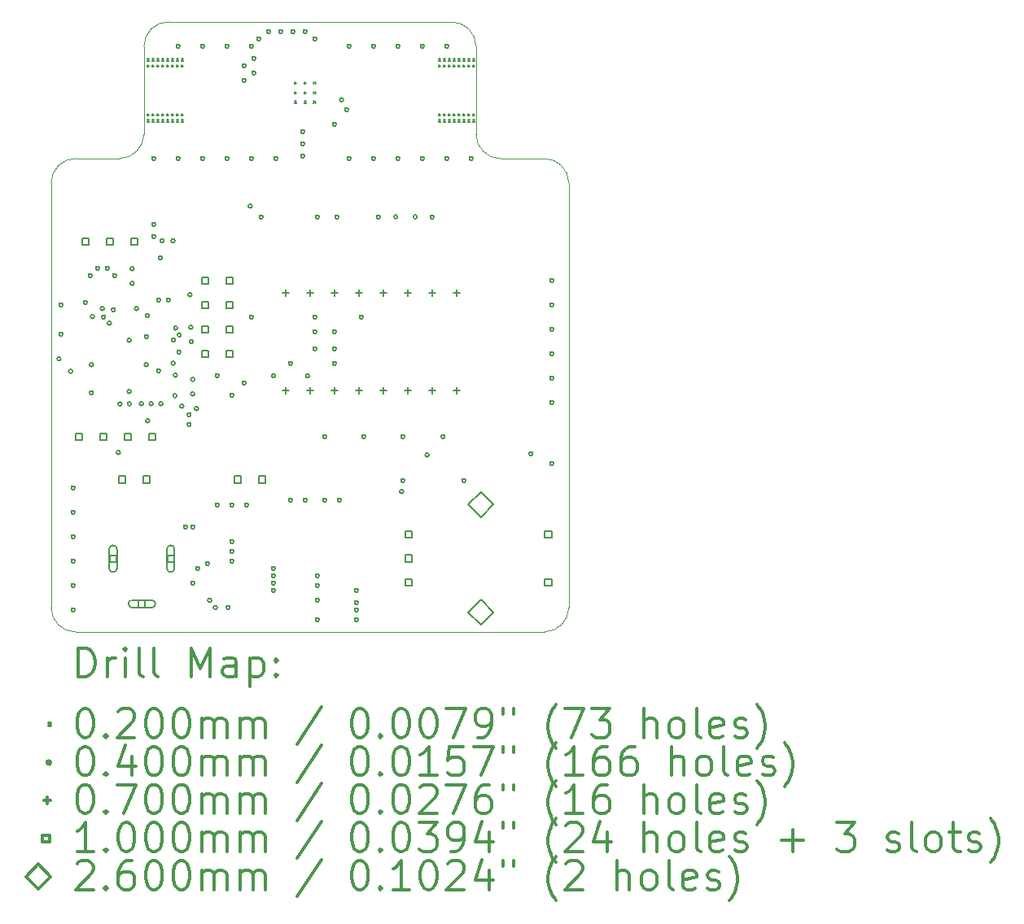
<source format=gbr>
%FSLAX45Y45*%
G04 Gerber Fmt 4.5, Leading zero omitted, Abs format (unit mm)*
G04 Created by KiCad (PCBNEW (5.1.10)-1) date 2021-09-22 21:53:58*
%MOMM*%
%LPD*%
G01*
G04 APERTURE LIST*
%TA.AperFunction,Profile*%
%ADD10C,0.050000*%
%TD*%
%ADD11C,0.200000*%
%ADD12C,0.300000*%
G04 APERTURE END LIST*
D10*
X21793200Y-13208000D02*
G75*
G02*
X21539200Y-13462000I-254000J0D01*
G01*
X16662400Y-13462000D02*
G75*
G02*
X16408400Y-13208000I0J254000D01*
G01*
X20574000Y-7112000D02*
G75*
G02*
X20828000Y-7366000I0J-254000D01*
G01*
X17373600Y-7366000D02*
G75*
G02*
X17627600Y-7112000I254000J0D01*
G01*
X17373600Y-8280400D02*
G75*
G02*
X17119600Y-8534400I-254000J0D01*
G01*
X21082000Y-8534400D02*
X21539200Y-8534400D01*
X21082000Y-8534400D02*
G75*
G02*
X20828000Y-8280400I0J254000D01*
G01*
X16662400Y-8534400D02*
X17119600Y-8534400D01*
X16408400Y-8788400D02*
G75*
G02*
X16662400Y-8534400I254000J0D01*
G01*
X21539200Y-8534400D02*
G75*
G02*
X21793200Y-8788400I0J-254000D01*
G01*
X21793200Y-8788400D02*
X21793200Y-8940800D01*
X16662400Y-13462000D02*
X21539200Y-13462000D01*
X16408400Y-8788400D02*
X16408400Y-13208000D01*
X17373600Y-7366000D02*
X17373600Y-8280400D01*
X20574000Y-7112000D02*
X17627600Y-7112000D01*
X20828000Y-8280400D02*
X20828000Y-7366000D01*
X21793200Y-13208000D02*
X21793200Y-8940800D01*
D11*
X17409000Y-7495700D02*
X17429000Y-7515700D01*
X17429000Y-7495700D02*
X17409000Y-7515700D01*
X17409000Y-7559200D02*
X17429000Y-7579200D01*
X17429000Y-7559200D02*
X17409000Y-7579200D01*
X17409000Y-8067200D02*
X17429000Y-8087200D01*
X17429000Y-8067200D02*
X17409000Y-8087200D01*
X17409000Y-8130700D02*
X17429000Y-8150700D01*
X17429000Y-8130700D02*
X17409000Y-8150700D01*
X17459800Y-7495700D02*
X17479800Y-7515700D01*
X17479800Y-7495700D02*
X17459800Y-7515700D01*
X17459800Y-7559200D02*
X17479800Y-7579200D01*
X17479800Y-7559200D02*
X17459800Y-7579200D01*
X17459800Y-8067200D02*
X17479800Y-8087200D01*
X17479800Y-8067200D02*
X17459800Y-8087200D01*
X17459800Y-8130700D02*
X17479800Y-8150700D01*
X17479800Y-8130700D02*
X17459800Y-8150700D01*
X17510600Y-7495700D02*
X17530600Y-7515700D01*
X17530600Y-7495700D02*
X17510600Y-7515700D01*
X17510600Y-7559200D02*
X17530600Y-7579200D01*
X17530600Y-7559200D02*
X17510600Y-7579200D01*
X17510600Y-8067200D02*
X17530600Y-8087200D01*
X17530600Y-8067200D02*
X17510600Y-8087200D01*
X17510600Y-8130700D02*
X17530600Y-8150700D01*
X17530600Y-8130700D02*
X17510600Y-8150700D01*
X17561400Y-7495700D02*
X17581400Y-7515700D01*
X17581400Y-7495700D02*
X17561400Y-7515700D01*
X17561400Y-7559200D02*
X17581400Y-7579200D01*
X17581400Y-7559200D02*
X17561400Y-7579200D01*
X17561400Y-8067200D02*
X17581400Y-8087200D01*
X17581400Y-8067200D02*
X17561400Y-8087200D01*
X17561400Y-8130700D02*
X17581400Y-8150700D01*
X17581400Y-8130700D02*
X17561400Y-8150700D01*
X17612200Y-7495700D02*
X17632200Y-7515700D01*
X17632200Y-7495700D02*
X17612200Y-7515700D01*
X17612200Y-7559200D02*
X17632200Y-7579200D01*
X17632200Y-7559200D02*
X17612200Y-7579200D01*
X17612200Y-8067200D02*
X17632200Y-8087200D01*
X17632200Y-8067200D02*
X17612200Y-8087200D01*
X17612200Y-8130700D02*
X17632200Y-8150700D01*
X17632200Y-8130700D02*
X17612200Y-8150700D01*
X17663000Y-7495700D02*
X17683000Y-7515700D01*
X17683000Y-7495700D02*
X17663000Y-7515700D01*
X17663000Y-7559200D02*
X17683000Y-7579200D01*
X17683000Y-7559200D02*
X17663000Y-7579200D01*
X17663000Y-8067200D02*
X17683000Y-8087200D01*
X17683000Y-8067200D02*
X17663000Y-8087200D01*
X17663000Y-8130700D02*
X17683000Y-8150700D01*
X17683000Y-8130700D02*
X17663000Y-8150700D01*
X17713800Y-7495700D02*
X17733800Y-7515700D01*
X17733800Y-7495700D02*
X17713800Y-7515700D01*
X17713800Y-7559200D02*
X17733800Y-7579200D01*
X17733800Y-7559200D02*
X17713800Y-7579200D01*
X17713800Y-8067200D02*
X17733800Y-8087200D01*
X17733800Y-8067200D02*
X17713800Y-8087200D01*
X17713800Y-8130700D02*
X17733800Y-8150700D01*
X17733800Y-8130700D02*
X17713800Y-8150700D01*
X17764600Y-7495700D02*
X17784600Y-7515700D01*
X17784600Y-7495700D02*
X17764600Y-7515700D01*
X17764600Y-7559200D02*
X17784600Y-7579200D01*
X17784600Y-7559200D02*
X17764600Y-7579200D01*
X17764600Y-8067200D02*
X17784600Y-8087200D01*
X17784600Y-8067200D02*
X17764600Y-8087200D01*
X17764600Y-8130700D02*
X17784600Y-8150700D01*
X17784600Y-8130700D02*
X17764600Y-8150700D01*
X18940000Y-7738600D02*
X18960000Y-7758600D01*
X18960000Y-7738600D02*
X18940000Y-7758600D01*
X18940000Y-7838600D02*
X18960000Y-7858600D01*
X18960000Y-7838600D02*
X18940000Y-7858600D01*
X18940000Y-7938600D02*
X18960000Y-7958600D01*
X18960000Y-7938600D02*
X18940000Y-7958600D01*
X19040000Y-7738600D02*
X19060000Y-7758600D01*
X19060000Y-7738600D02*
X19040000Y-7758600D01*
X19040000Y-7838600D02*
X19060000Y-7858600D01*
X19060000Y-7838600D02*
X19040000Y-7858600D01*
X19040000Y-7938600D02*
X19060000Y-7958600D01*
X19060000Y-7938600D02*
X19040000Y-7958600D01*
X19140000Y-7738600D02*
X19160000Y-7758600D01*
X19160000Y-7738600D02*
X19140000Y-7758600D01*
X19140000Y-7838600D02*
X19160000Y-7858600D01*
X19160000Y-7838600D02*
X19140000Y-7858600D01*
X19140000Y-7938600D02*
X19160000Y-7958600D01*
X19160000Y-7938600D02*
X19140000Y-7958600D01*
X20437000Y-7495700D02*
X20457000Y-7515700D01*
X20457000Y-7495700D02*
X20437000Y-7515700D01*
X20437000Y-7559200D02*
X20457000Y-7579200D01*
X20457000Y-7559200D02*
X20437000Y-7579200D01*
X20437000Y-8067200D02*
X20457000Y-8087200D01*
X20457000Y-8067200D02*
X20437000Y-8087200D01*
X20437000Y-8130700D02*
X20457000Y-8150700D01*
X20457000Y-8130700D02*
X20437000Y-8150700D01*
X20487800Y-7495700D02*
X20507800Y-7515700D01*
X20507800Y-7495700D02*
X20487800Y-7515700D01*
X20487800Y-7559200D02*
X20507800Y-7579200D01*
X20507800Y-7559200D02*
X20487800Y-7579200D01*
X20487800Y-8067200D02*
X20507800Y-8087200D01*
X20507800Y-8067200D02*
X20487800Y-8087200D01*
X20487800Y-8130700D02*
X20507800Y-8150700D01*
X20507800Y-8130700D02*
X20487800Y-8150700D01*
X20538600Y-7495700D02*
X20558600Y-7515700D01*
X20558600Y-7495700D02*
X20538600Y-7515700D01*
X20538600Y-7559200D02*
X20558600Y-7579200D01*
X20558600Y-7559200D02*
X20538600Y-7579200D01*
X20538600Y-8067200D02*
X20558600Y-8087200D01*
X20558600Y-8067200D02*
X20538600Y-8087200D01*
X20538600Y-8130700D02*
X20558600Y-8150700D01*
X20558600Y-8130700D02*
X20538600Y-8150700D01*
X20589400Y-7495700D02*
X20609400Y-7515700D01*
X20609400Y-7495700D02*
X20589400Y-7515700D01*
X20589400Y-7559200D02*
X20609400Y-7579200D01*
X20609400Y-7559200D02*
X20589400Y-7579200D01*
X20589400Y-8067200D02*
X20609400Y-8087200D01*
X20609400Y-8067200D02*
X20589400Y-8087200D01*
X20589400Y-8130700D02*
X20609400Y-8150700D01*
X20609400Y-8130700D02*
X20589400Y-8150700D01*
X20640200Y-7495700D02*
X20660200Y-7515700D01*
X20660200Y-7495700D02*
X20640200Y-7515700D01*
X20640200Y-7559200D02*
X20660200Y-7579200D01*
X20660200Y-7559200D02*
X20640200Y-7579200D01*
X20640200Y-8067200D02*
X20660200Y-8087200D01*
X20660200Y-8067200D02*
X20640200Y-8087200D01*
X20640200Y-8130700D02*
X20660200Y-8150700D01*
X20660200Y-8130700D02*
X20640200Y-8150700D01*
X20691000Y-7495700D02*
X20711000Y-7515700D01*
X20711000Y-7495700D02*
X20691000Y-7515700D01*
X20691000Y-7559200D02*
X20711000Y-7579200D01*
X20711000Y-7559200D02*
X20691000Y-7579200D01*
X20691000Y-8067200D02*
X20711000Y-8087200D01*
X20711000Y-8067200D02*
X20691000Y-8087200D01*
X20691000Y-8130700D02*
X20711000Y-8150700D01*
X20711000Y-8130700D02*
X20691000Y-8150700D01*
X20741800Y-7495700D02*
X20761800Y-7515700D01*
X20761800Y-7495700D02*
X20741800Y-7515700D01*
X20741800Y-7559200D02*
X20761800Y-7579200D01*
X20761800Y-7559200D02*
X20741800Y-7579200D01*
X20741800Y-8067200D02*
X20761800Y-8087200D01*
X20761800Y-8067200D02*
X20741800Y-8087200D01*
X20741800Y-8130700D02*
X20761800Y-8150700D01*
X20761800Y-8130700D02*
X20741800Y-8150700D01*
X20792600Y-7495700D02*
X20812600Y-7515700D01*
X20812600Y-7495700D02*
X20792600Y-7515700D01*
X20792600Y-7559200D02*
X20812600Y-7579200D01*
X20812600Y-7559200D02*
X20792600Y-7579200D01*
X20792600Y-8067200D02*
X20812600Y-8087200D01*
X20812600Y-8067200D02*
X20792600Y-8087200D01*
X20792600Y-8130700D02*
X20812600Y-8150700D01*
X20812600Y-8130700D02*
X20792600Y-8150700D01*
X16509618Y-10619269D02*
G75*
G03*
X16509618Y-10619269I-20000J0D01*
G01*
X16530000Y-10058397D02*
G75*
G03*
X16530000Y-10058397I-20000J0D01*
G01*
X16530000Y-10363200D02*
G75*
G03*
X16530000Y-10363200I-20000J0D01*
G01*
X16630601Y-10749304D02*
G75*
G03*
X16630601Y-10749304I-20000J0D01*
G01*
X16657000Y-11963400D02*
G75*
G03*
X16657000Y-11963400I-20000J0D01*
G01*
X16657000Y-12217400D02*
G75*
G03*
X16657000Y-12217400I-20000J0D01*
G01*
X16657000Y-12471400D02*
G75*
G03*
X16657000Y-12471400I-20000J0D01*
G01*
X16657000Y-12725400D02*
G75*
G03*
X16657000Y-12725400I-20000J0D01*
G01*
X16657000Y-12979400D02*
G75*
G03*
X16657000Y-12979400I-20000J0D01*
G01*
X16657000Y-13233400D02*
G75*
G03*
X16657000Y-13233400I-20000J0D01*
G01*
X16784000Y-10033000D02*
G75*
G03*
X16784000Y-10033000I-20000J0D01*
G01*
X16834800Y-9753599D02*
G75*
G03*
X16834800Y-9753599I-20000J0D01*
G01*
X16847500Y-10972800D02*
G75*
G03*
X16847500Y-10972800I-20000J0D01*
G01*
X16848499Y-10680700D02*
G75*
G03*
X16848499Y-10680700I-20000J0D01*
G01*
X16858124Y-10180708D02*
G75*
G03*
X16858124Y-10180708I-20000J0D01*
G01*
X16911000Y-9677400D02*
G75*
G03*
X16911000Y-9677400I-20000J0D01*
G01*
X16961800Y-10096500D02*
G75*
G03*
X16961800Y-10096500I-20000J0D01*
G01*
X16974500Y-10185400D02*
G75*
G03*
X16974500Y-10185400I-20000J0D01*
G01*
X17012600Y-9677400D02*
G75*
G03*
X17012600Y-9677400I-20000J0D01*
G01*
X17034120Y-10247901D02*
G75*
G03*
X17034120Y-10247901I-20000J0D01*
G01*
X17076100Y-10109200D02*
G75*
G03*
X17076100Y-10109200I-20000J0D01*
G01*
X17088800Y-9753600D02*
G75*
G03*
X17088800Y-9753600I-20000J0D01*
G01*
X17126900Y-11595100D02*
G75*
G03*
X17126900Y-11595100I-20000J0D01*
G01*
X17144583Y-11089442D02*
G75*
G03*
X17144583Y-11089442I-20000J0D01*
G01*
X17241200Y-10426700D02*
G75*
G03*
X17241200Y-10426700I-20000J0D01*
G01*
X17241200Y-10960100D02*
G75*
G03*
X17241200Y-10960100I-20000J0D01*
G01*
X17243331Y-11087099D02*
G75*
G03*
X17243331Y-11087099I-20000J0D01*
G01*
X17270715Y-9833605D02*
G75*
G03*
X17270715Y-9833605I-20000J0D01*
G01*
X17270745Y-9681545D02*
G75*
G03*
X17270745Y-9681545I-20000J0D01*
G01*
X17317400Y-10096500D02*
G75*
G03*
X17317400Y-10096500I-20000J0D01*
G01*
X17368332Y-11087100D02*
G75*
G03*
X17368332Y-11087100I-20000J0D01*
G01*
X17419000Y-10388600D02*
G75*
G03*
X17419000Y-10388600I-20000J0D01*
G01*
X17419000Y-10680700D02*
G75*
G03*
X17419000Y-10680700I-20000J0D01*
G01*
X17430700Y-10170115D02*
G75*
G03*
X17430700Y-10170115I-20000J0D01*
G01*
X17431700Y-11264900D02*
G75*
G03*
X17431700Y-11264900I-20000J0D01*
G01*
X17469800Y-11087100D02*
G75*
G03*
X17469800Y-11087100I-20000J0D01*
G01*
X17495200Y-8534400D02*
G75*
G03*
X17495200Y-8534400I-20000J0D01*
G01*
X17495200Y-9220200D02*
G75*
G03*
X17495200Y-9220200I-20000J0D01*
G01*
X17495200Y-9347200D02*
G75*
G03*
X17495200Y-9347200I-20000J0D01*
G01*
X17545999Y-10744200D02*
G75*
G03*
X17545999Y-10744200I-20000J0D01*
G01*
X17546000Y-10007600D02*
G75*
G03*
X17546000Y-10007600I-20000J0D01*
G01*
X17565235Y-9569635D02*
G75*
G03*
X17565235Y-9569635I-20000J0D01*
G01*
X17571401Y-11087101D02*
G75*
G03*
X17571401Y-11087101I-20000J0D01*
G01*
X17581501Y-9391202D02*
G75*
G03*
X17581501Y-9391202I-20000J0D01*
G01*
X17647600Y-10007597D02*
G75*
G03*
X17647600Y-10007597I-20000J0D01*
G01*
X17695551Y-9391202D02*
G75*
G03*
X17695551Y-9391202I-20000J0D01*
G01*
X17698400Y-10664896D02*
G75*
G03*
X17698400Y-10664896I-20000J0D01*
G01*
X17699143Y-10423712D02*
G75*
G03*
X17699143Y-10423712I-20000J0D01*
G01*
X17716733Y-11003323D02*
G75*
G03*
X17716733Y-11003323I-20000J0D01*
G01*
X17721249Y-10789897D02*
G75*
G03*
X17721249Y-10789897I-20000J0D01*
G01*
X17724279Y-10298711D02*
G75*
G03*
X17724279Y-10298711I-20000J0D01*
G01*
X17749200Y-7366000D02*
G75*
G03*
X17749200Y-7366000I-20000J0D01*
G01*
X17749200Y-8534400D02*
G75*
G03*
X17749200Y-8534400I-20000J0D01*
G01*
X17757754Y-10549493D02*
G75*
G03*
X17757754Y-10549493I-20000J0D01*
G01*
X17761336Y-10369612D02*
G75*
G03*
X17761336Y-10369612I-20000J0D01*
G01*
X17787300Y-11112500D02*
G75*
G03*
X17787300Y-11112500I-20000J0D01*
G01*
X17825400Y-12369800D02*
G75*
G03*
X17825400Y-12369800I-20000J0D01*
G01*
X17863500Y-11303000D02*
G75*
G03*
X17863500Y-11303000I-20000J0D01*
G01*
X17863501Y-11201400D02*
G75*
G03*
X17863501Y-11201400I-20000J0D01*
G01*
X17872054Y-9952654D02*
G75*
G03*
X17872054Y-9952654I-20000J0D01*
G01*
X17880154Y-10290954D02*
G75*
G03*
X17880154Y-10290954I-20000J0D01*
G01*
X17887901Y-10441991D02*
G75*
G03*
X17887901Y-10441991I-20000J0D01*
G01*
X17901600Y-10834099D02*
G75*
G03*
X17901600Y-10834099I-20000J0D01*
G01*
X17901600Y-10985500D02*
G75*
G03*
X17901600Y-10985500I-20000J0D01*
G01*
X17901600Y-12369800D02*
G75*
G03*
X17901600Y-12369800I-20000J0D01*
G01*
X17901600Y-12954000D02*
G75*
G03*
X17901600Y-12954000I-20000J0D01*
G01*
X17939700Y-11137900D02*
G75*
G03*
X17939700Y-11137900I-20000J0D01*
G01*
X17952400Y-12801600D02*
G75*
G03*
X17952400Y-12801600I-20000J0D01*
G01*
X18003200Y-7366000D02*
G75*
G03*
X18003200Y-7366000I-20000J0D01*
G01*
X18003200Y-8534400D02*
G75*
G03*
X18003200Y-8534400I-20000J0D01*
G01*
X18054000Y-12750800D02*
G75*
G03*
X18054000Y-12750800I-20000J0D01*
G01*
X18078000Y-13133200D02*
G75*
G03*
X18078000Y-13133200I-20000J0D01*
G01*
X18137000Y-13208000D02*
G75*
G03*
X18137000Y-13208000I-20000J0D01*
G01*
X18155600Y-10795000D02*
G75*
G03*
X18155600Y-10795000I-20000J0D01*
G01*
X18155600Y-12141200D02*
G75*
G03*
X18155600Y-12141200I-20000J0D01*
G01*
X18257200Y-7366000D02*
G75*
G03*
X18257200Y-7366000I-20000J0D01*
G01*
X18257200Y-8534400D02*
G75*
G03*
X18257200Y-8534400I-20000J0D01*
G01*
X18269900Y-13208000D02*
G75*
G03*
X18269900Y-13208000I-20000J0D01*
G01*
X18308000Y-10998200D02*
G75*
G03*
X18308000Y-10998200I-20000J0D01*
G01*
X18308000Y-12141200D02*
G75*
G03*
X18308000Y-12141200I-20000J0D01*
G01*
X18308000Y-12522200D02*
G75*
G03*
X18308000Y-12522200I-20000J0D01*
G01*
X18308000Y-12623800D02*
G75*
G03*
X18308000Y-12623800I-20000J0D01*
G01*
X18308000Y-12725400D02*
G75*
G03*
X18308000Y-12725400I-20000J0D01*
G01*
X18435000Y-7569200D02*
G75*
G03*
X18435000Y-7569200I-20000J0D01*
G01*
X18435000Y-7721600D02*
G75*
G03*
X18435000Y-7721600I-20000J0D01*
G01*
X18435000Y-10871200D02*
G75*
G03*
X18435000Y-10871200I-20000J0D01*
G01*
X18460400Y-12141200D02*
G75*
G03*
X18460400Y-12141200I-20000J0D01*
G01*
X18498499Y-9029700D02*
G75*
G03*
X18498499Y-9029700I-20000J0D01*
G01*
X18511200Y-7366000D02*
G75*
G03*
X18511200Y-7366000I-20000J0D01*
G01*
X18511200Y-8534400D02*
G75*
G03*
X18511200Y-8534400I-20000J0D01*
G01*
X18511200Y-10185400D02*
G75*
G03*
X18511200Y-10185400I-20000J0D01*
G01*
X18536600Y-7493000D02*
G75*
G03*
X18536600Y-7493000I-20000J0D01*
G01*
X18538100Y-7643900D02*
G75*
G03*
X18538100Y-7643900I-20000J0D01*
G01*
X18587400Y-7289800D02*
G75*
G03*
X18587400Y-7289800I-20000J0D01*
G01*
X18612796Y-9144000D02*
G75*
G03*
X18612796Y-9144000I-20000J0D01*
G01*
X18689000Y-7213600D02*
G75*
G03*
X18689000Y-7213600I-20000J0D01*
G01*
X18739800Y-12801600D02*
G75*
G03*
X18739800Y-12801600I-20000J0D01*
G01*
X18739800Y-12877800D02*
G75*
G03*
X18739800Y-12877800I-20000J0D01*
G01*
X18739800Y-12954000D02*
G75*
G03*
X18739800Y-12954000I-20000J0D01*
G01*
X18739800Y-13030199D02*
G75*
G03*
X18739800Y-13030199I-20000J0D01*
G01*
X18742300Y-10797500D02*
G75*
G03*
X18742300Y-10797500I-20000J0D01*
G01*
X18765200Y-8534400D02*
G75*
G03*
X18765200Y-8534400I-20000J0D01*
G01*
X18816000Y-7213600D02*
G75*
G03*
X18816000Y-7213600I-20000J0D01*
G01*
X18917600Y-12090400D02*
G75*
G03*
X18917600Y-12090400I-20000J0D01*
G01*
X18917603Y-10668000D02*
G75*
G03*
X18917603Y-10668000I-20000J0D01*
G01*
X18943000Y-7213600D02*
G75*
G03*
X18943000Y-7213600I-20000J0D01*
G01*
X19044600Y-8255000D02*
G75*
G03*
X19044600Y-8255000I-20000J0D01*
G01*
X19044600Y-8382000D02*
G75*
G03*
X19044600Y-8382000I-20000J0D01*
G01*
X19044600Y-8509000D02*
G75*
G03*
X19044600Y-8509000I-20000J0D01*
G01*
X19070000Y-7213600D02*
G75*
G03*
X19070000Y-7213600I-20000J0D01*
G01*
X19070000Y-12090400D02*
G75*
G03*
X19070000Y-12090400I-20000J0D01*
G01*
X19095400Y-10797500D02*
G75*
G03*
X19095400Y-10797500I-20000J0D01*
G01*
X19171600Y-7289800D02*
G75*
G03*
X19171600Y-7289800I-20000J0D01*
G01*
X19171600Y-10185400D02*
G75*
G03*
X19171600Y-10185400I-20000J0D01*
G01*
X19171600Y-10337800D02*
G75*
G03*
X19171600Y-10337800I-20000J0D01*
G01*
X19171600Y-10515600D02*
G75*
G03*
X19171600Y-10515600I-20000J0D01*
G01*
X19197000Y-9144000D02*
G75*
G03*
X19197000Y-9144000I-20000J0D01*
G01*
X19197000Y-12877800D02*
G75*
G03*
X19197000Y-12877800I-20000J0D01*
G01*
X19197000Y-12979400D02*
G75*
G03*
X19197000Y-12979400I-20000J0D01*
G01*
X19197000Y-13131800D02*
G75*
G03*
X19197000Y-13131800I-20000J0D01*
G01*
X19197006Y-13335000D02*
G75*
G03*
X19197006Y-13335000I-20000J0D01*
G01*
X19273200Y-11430000D02*
G75*
G03*
X19273200Y-11430000I-20000J0D01*
G01*
X19273200Y-12090400D02*
G75*
G03*
X19273200Y-12090400I-20000J0D01*
G01*
X19374800Y-8178800D02*
G75*
G03*
X19374800Y-8178800I-20000J0D01*
G01*
X19374800Y-10668000D02*
G75*
G03*
X19374800Y-10668000I-20000J0D01*
G01*
X19374801Y-10337800D02*
G75*
G03*
X19374801Y-10337800I-20000J0D01*
G01*
X19374801Y-10515600D02*
G75*
G03*
X19374801Y-10515600I-20000J0D01*
G01*
X19400200Y-9144000D02*
G75*
G03*
X19400200Y-9144000I-20000J0D01*
G01*
X19425600Y-12090400D02*
G75*
G03*
X19425600Y-12090400I-20000J0D01*
G01*
X19449799Y-7923600D02*
G75*
G03*
X19449799Y-7923600I-20000J0D01*
G01*
X19501800Y-8026400D02*
G75*
G03*
X19501800Y-8026400I-20000J0D01*
G01*
X19527200Y-7366000D02*
G75*
G03*
X19527200Y-7366000I-20000J0D01*
G01*
X19527200Y-8534400D02*
G75*
G03*
X19527200Y-8534400I-20000J0D01*
G01*
X19603400Y-13030200D02*
G75*
G03*
X19603400Y-13030200I-20000J0D01*
G01*
X19603400Y-13157200D02*
G75*
G03*
X19603400Y-13157200I-20000J0D01*
G01*
X19603400Y-13233400D02*
G75*
G03*
X19603400Y-13233400I-20000J0D01*
G01*
X19603400Y-13335000D02*
G75*
G03*
X19603400Y-13335000I-20000J0D01*
G01*
X19654200Y-10185400D02*
G75*
G03*
X19654200Y-10185400I-20000J0D01*
G01*
X19679600Y-11430000D02*
G75*
G03*
X19679600Y-11430000I-20000J0D01*
G01*
X19781200Y-7366000D02*
G75*
G03*
X19781200Y-7366000I-20000J0D01*
G01*
X19781200Y-8534400D02*
G75*
G03*
X19781200Y-8534400I-20000J0D01*
G01*
X19832000Y-9144000D02*
G75*
G03*
X19832000Y-9144000I-20000J0D01*
G01*
X20012600Y-9141200D02*
G75*
G03*
X20012600Y-9141200I-20000J0D01*
G01*
X20035200Y-7366000D02*
G75*
G03*
X20035200Y-7366000I-20000J0D01*
G01*
X20035200Y-8534400D02*
G75*
G03*
X20035200Y-8534400I-20000J0D01*
G01*
X20073300Y-12001500D02*
G75*
G03*
X20073300Y-12001500I-20000J0D01*
G01*
X20086000Y-11430000D02*
G75*
G03*
X20086000Y-11430000I-20000J0D01*
G01*
X20086000Y-11887200D02*
G75*
G03*
X20086000Y-11887200I-20000J0D01*
G01*
X20215800Y-9141200D02*
G75*
G03*
X20215800Y-9141200I-20000J0D01*
G01*
X20289200Y-7366000D02*
G75*
G03*
X20289200Y-7366000I-20000J0D01*
G01*
X20289200Y-8534400D02*
G75*
G03*
X20289200Y-8534400I-20000J0D01*
G01*
X20340000Y-11620499D02*
G75*
G03*
X20340000Y-11620499I-20000J0D01*
G01*
X20390800Y-9144000D02*
G75*
G03*
X20390800Y-9144000I-20000J0D01*
G01*
X20505100Y-11430000D02*
G75*
G03*
X20505100Y-11430000I-20000J0D01*
G01*
X20543200Y-7366000D02*
G75*
G03*
X20543200Y-7366000I-20000J0D01*
G01*
X20543200Y-8534400D02*
G75*
G03*
X20543200Y-8534400I-20000J0D01*
G01*
X20721000Y-11887200D02*
G75*
G03*
X20721000Y-11887200I-20000J0D01*
G01*
X20797200Y-8534400D02*
G75*
G03*
X20797200Y-8534400I-20000J0D01*
G01*
X21419500Y-11607800D02*
G75*
G03*
X21419500Y-11607800I-20000J0D01*
G01*
X21635400Y-9804400D02*
G75*
G03*
X21635400Y-9804400I-20000J0D01*
G01*
X21635400Y-10058400D02*
G75*
G03*
X21635400Y-10058400I-20000J0D01*
G01*
X21635400Y-10312400D02*
G75*
G03*
X21635400Y-10312400I-20000J0D01*
G01*
X21635400Y-10566400D02*
G75*
G03*
X21635400Y-10566400I-20000J0D01*
G01*
X21635400Y-10820400D02*
G75*
G03*
X21635400Y-10820400I-20000J0D01*
G01*
X21635400Y-11074400D02*
G75*
G03*
X21635400Y-11074400I-20000J0D01*
G01*
X21635400Y-11709400D02*
G75*
G03*
X21635400Y-11709400I-20000J0D01*
G01*
X18846800Y-9896400D02*
X18846800Y-9966400D01*
X18811800Y-9931400D02*
X18881800Y-9931400D01*
X18846800Y-10912400D02*
X18846800Y-10982400D01*
X18811800Y-10947400D02*
X18881800Y-10947400D01*
X19100800Y-9896400D02*
X19100800Y-9966400D01*
X19065800Y-9931400D02*
X19135800Y-9931400D01*
X19100800Y-10912400D02*
X19100800Y-10982400D01*
X19065800Y-10947400D02*
X19135800Y-10947400D01*
X19354800Y-9896400D02*
X19354800Y-9966400D01*
X19319800Y-9931400D02*
X19389800Y-9931400D01*
X19354800Y-10912400D02*
X19354800Y-10982400D01*
X19319800Y-10947400D02*
X19389800Y-10947400D01*
X19608800Y-9896400D02*
X19608800Y-9966400D01*
X19573800Y-9931400D02*
X19643800Y-9931400D01*
X19608800Y-10912400D02*
X19608800Y-10982400D01*
X19573800Y-10947400D02*
X19643800Y-10947400D01*
X19862800Y-9896400D02*
X19862800Y-9966400D01*
X19827800Y-9931400D02*
X19897800Y-9931400D01*
X19862800Y-10912400D02*
X19862800Y-10982400D01*
X19827800Y-10947400D02*
X19897800Y-10947400D01*
X20116800Y-9896400D02*
X20116800Y-9966400D01*
X20081800Y-9931400D02*
X20151800Y-9931400D01*
X20116800Y-10912400D02*
X20116800Y-10982400D01*
X20081800Y-10947400D02*
X20151800Y-10947400D01*
X20370800Y-9896400D02*
X20370800Y-9966400D01*
X20335800Y-9931400D02*
X20405800Y-9931400D01*
X20370800Y-10912400D02*
X20370800Y-10982400D01*
X20335800Y-10947400D02*
X20405800Y-10947400D01*
X20624800Y-9896400D02*
X20624800Y-9966400D01*
X20589800Y-9931400D02*
X20659800Y-9931400D01*
X20624800Y-10912400D02*
X20624800Y-10982400D01*
X20589800Y-10947400D02*
X20659800Y-10947400D01*
X16735856Y-11465356D02*
X16735856Y-11394644D01*
X16665144Y-11394644D01*
X16665144Y-11465356D01*
X16735856Y-11465356D01*
X16799356Y-9433356D02*
X16799356Y-9362644D01*
X16728644Y-9362644D01*
X16728644Y-9433356D01*
X16799356Y-9433356D01*
X16989856Y-11465356D02*
X16989856Y-11394644D01*
X16919144Y-11394644D01*
X16919144Y-11465356D01*
X16989856Y-11465356D01*
X17053356Y-9433356D02*
X17053356Y-9362644D01*
X16982644Y-9362644D01*
X16982644Y-9433356D01*
X17053356Y-9433356D01*
X17088356Y-12735356D02*
X17088356Y-12664644D01*
X17017644Y-12664644D01*
X17017644Y-12735356D01*
X17088356Y-12735356D01*
X17013000Y-12600000D02*
X17013000Y-12800000D01*
X17093000Y-12600000D02*
X17093000Y-12800000D01*
X17013000Y-12800000D02*
G75*
G03*
X17093000Y-12800000I40000J0D01*
G01*
X17093000Y-12600000D02*
G75*
G03*
X17013000Y-12600000I-40000J0D01*
G01*
X17180356Y-11909856D02*
X17180356Y-11839144D01*
X17109644Y-11839144D01*
X17109644Y-11909856D01*
X17180356Y-11909856D01*
X17243856Y-11465356D02*
X17243856Y-11394644D01*
X17173144Y-11394644D01*
X17173144Y-11465356D01*
X17243856Y-11465356D01*
X17307356Y-9433356D02*
X17307356Y-9362644D01*
X17236644Y-9362644D01*
X17236644Y-9433356D01*
X17307356Y-9433356D01*
X17388356Y-13205356D02*
X17388356Y-13134644D01*
X17317644Y-13134644D01*
X17317644Y-13205356D01*
X17388356Y-13205356D01*
X17253000Y-13210000D02*
X17453000Y-13210000D01*
X17253000Y-13130000D02*
X17453000Y-13130000D01*
X17453000Y-13210000D02*
G75*
G03*
X17453000Y-13130000I0J40000D01*
G01*
X17253000Y-13130000D02*
G75*
G03*
X17253000Y-13210000I0J-40000D01*
G01*
X17434356Y-11909856D02*
X17434356Y-11839144D01*
X17363644Y-11839144D01*
X17363644Y-11909856D01*
X17434356Y-11909856D01*
X17497856Y-11465356D02*
X17497856Y-11394644D01*
X17427144Y-11394644D01*
X17427144Y-11465356D01*
X17497856Y-11465356D01*
X17688356Y-12735356D02*
X17688356Y-12664644D01*
X17617644Y-12664644D01*
X17617644Y-12735356D01*
X17688356Y-12735356D01*
X17613000Y-12600000D02*
X17613000Y-12800000D01*
X17693000Y-12600000D02*
X17693000Y-12800000D01*
X17613000Y-12800000D02*
G75*
G03*
X17693000Y-12800000I40000J0D01*
G01*
X17693000Y-12600000D02*
G75*
G03*
X17613000Y-12600000I-40000J0D01*
G01*
X18043956Y-9839756D02*
X18043956Y-9769044D01*
X17973244Y-9769044D01*
X17973244Y-9839756D01*
X18043956Y-9839756D01*
X18043956Y-10093756D02*
X18043956Y-10023044D01*
X17973244Y-10023044D01*
X17973244Y-10093756D01*
X18043956Y-10093756D01*
X18043956Y-10347756D02*
X18043956Y-10277044D01*
X17973244Y-10277044D01*
X17973244Y-10347756D01*
X18043956Y-10347756D01*
X18043956Y-10601756D02*
X18043956Y-10531044D01*
X17973244Y-10531044D01*
X17973244Y-10601756D01*
X18043956Y-10601756D01*
X18297956Y-9839756D02*
X18297956Y-9769044D01*
X18227244Y-9769044D01*
X18227244Y-9839756D01*
X18297956Y-9839756D01*
X18297956Y-10093756D02*
X18297956Y-10023044D01*
X18227244Y-10023044D01*
X18227244Y-10093756D01*
X18297956Y-10093756D01*
X18297956Y-10347756D02*
X18297956Y-10277044D01*
X18227244Y-10277044D01*
X18227244Y-10347756D01*
X18297956Y-10347756D01*
X18297956Y-10601756D02*
X18297956Y-10531044D01*
X18227244Y-10531044D01*
X18227244Y-10601756D01*
X18297956Y-10601756D01*
X18386856Y-11909856D02*
X18386856Y-11839144D01*
X18316144Y-11839144D01*
X18316144Y-11909856D01*
X18386856Y-11909856D01*
X18640856Y-11909856D02*
X18640856Y-11839144D01*
X18570144Y-11839144D01*
X18570144Y-11909856D01*
X18640856Y-11909856D01*
X20164856Y-12481356D02*
X20164856Y-12410644D01*
X20094144Y-12410644D01*
X20094144Y-12481356D01*
X20164856Y-12481356D01*
X20164856Y-12731356D02*
X20164856Y-12660644D01*
X20094144Y-12660644D01*
X20094144Y-12731356D01*
X20164856Y-12731356D01*
X20164856Y-12981356D02*
X20164856Y-12910644D01*
X20094144Y-12910644D01*
X20094144Y-12981356D01*
X20164856Y-12981356D01*
X21614856Y-12481356D02*
X21614856Y-12410644D01*
X21544144Y-12410644D01*
X21544144Y-12481356D01*
X21614856Y-12481356D01*
X21614856Y-12981356D02*
X21614856Y-12910644D01*
X21544144Y-12910644D01*
X21544144Y-12981356D01*
X21614856Y-12981356D01*
X20879500Y-12266000D02*
X21009500Y-12136000D01*
X20879500Y-12006000D01*
X20749500Y-12136000D01*
X20879500Y-12266000D01*
X20879500Y-13386000D02*
X21009500Y-13256000D01*
X20879500Y-13126000D01*
X20749500Y-13256000D01*
X20879500Y-13386000D01*
D12*
X16692328Y-13930214D02*
X16692328Y-13630214D01*
X16763757Y-13630214D01*
X16806614Y-13644500D01*
X16835186Y-13673071D01*
X16849471Y-13701643D01*
X16863757Y-13758786D01*
X16863757Y-13801643D01*
X16849471Y-13858786D01*
X16835186Y-13887357D01*
X16806614Y-13915929D01*
X16763757Y-13930214D01*
X16692328Y-13930214D01*
X16992328Y-13930214D02*
X16992328Y-13730214D01*
X16992328Y-13787357D02*
X17006614Y-13758786D01*
X17020900Y-13744500D01*
X17049471Y-13730214D01*
X17078043Y-13730214D01*
X17178043Y-13930214D02*
X17178043Y-13730214D01*
X17178043Y-13630214D02*
X17163757Y-13644500D01*
X17178043Y-13658786D01*
X17192328Y-13644500D01*
X17178043Y-13630214D01*
X17178043Y-13658786D01*
X17363757Y-13930214D02*
X17335186Y-13915929D01*
X17320900Y-13887357D01*
X17320900Y-13630214D01*
X17520900Y-13930214D02*
X17492328Y-13915929D01*
X17478043Y-13887357D01*
X17478043Y-13630214D01*
X17863757Y-13930214D02*
X17863757Y-13630214D01*
X17963757Y-13844500D01*
X18063757Y-13630214D01*
X18063757Y-13930214D01*
X18335186Y-13930214D02*
X18335186Y-13773071D01*
X18320900Y-13744500D01*
X18292328Y-13730214D01*
X18235186Y-13730214D01*
X18206614Y-13744500D01*
X18335186Y-13915929D02*
X18306614Y-13930214D01*
X18235186Y-13930214D01*
X18206614Y-13915929D01*
X18192328Y-13887357D01*
X18192328Y-13858786D01*
X18206614Y-13830214D01*
X18235186Y-13815929D01*
X18306614Y-13815929D01*
X18335186Y-13801643D01*
X18478043Y-13730214D02*
X18478043Y-14030214D01*
X18478043Y-13744500D02*
X18506614Y-13730214D01*
X18563757Y-13730214D01*
X18592328Y-13744500D01*
X18606614Y-13758786D01*
X18620900Y-13787357D01*
X18620900Y-13873071D01*
X18606614Y-13901643D01*
X18592328Y-13915929D01*
X18563757Y-13930214D01*
X18506614Y-13930214D01*
X18478043Y-13915929D01*
X18749471Y-13901643D02*
X18763757Y-13915929D01*
X18749471Y-13930214D01*
X18735186Y-13915929D01*
X18749471Y-13901643D01*
X18749471Y-13930214D01*
X18749471Y-13744500D02*
X18763757Y-13758786D01*
X18749471Y-13773071D01*
X18735186Y-13758786D01*
X18749471Y-13744500D01*
X18749471Y-13773071D01*
X16385900Y-14414500D02*
X16405900Y-14434500D01*
X16405900Y-14414500D02*
X16385900Y-14434500D01*
X16749471Y-14260214D02*
X16778043Y-14260214D01*
X16806614Y-14274500D01*
X16820900Y-14288786D01*
X16835186Y-14317357D01*
X16849471Y-14374500D01*
X16849471Y-14445929D01*
X16835186Y-14503071D01*
X16820900Y-14531643D01*
X16806614Y-14545929D01*
X16778043Y-14560214D01*
X16749471Y-14560214D01*
X16720900Y-14545929D01*
X16706614Y-14531643D01*
X16692328Y-14503071D01*
X16678043Y-14445929D01*
X16678043Y-14374500D01*
X16692328Y-14317357D01*
X16706614Y-14288786D01*
X16720900Y-14274500D01*
X16749471Y-14260214D01*
X16978043Y-14531643D02*
X16992328Y-14545929D01*
X16978043Y-14560214D01*
X16963757Y-14545929D01*
X16978043Y-14531643D01*
X16978043Y-14560214D01*
X17106614Y-14288786D02*
X17120900Y-14274500D01*
X17149471Y-14260214D01*
X17220900Y-14260214D01*
X17249471Y-14274500D01*
X17263757Y-14288786D01*
X17278043Y-14317357D01*
X17278043Y-14345929D01*
X17263757Y-14388786D01*
X17092328Y-14560214D01*
X17278043Y-14560214D01*
X17463757Y-14260214D02*
X17492328Y-14260214D01*
X17520900Y-14274500D01*
X17535186Y-14288786D01*
X17549471Y-14317357D01*
X17563757Y-14374500D01*
X17563757Y-14445929D01*
X17549471Y-14503071D01*
X17535186Y-14531643D01*
X17520900Y-14545929D01*
X17492328Y-14560214D01*
X17463757Y-14560214D01*
X17435186Y-14545929D01*
X17420900Y-14531643D01*
X17406614Y-14503071D01*
X17392328Y-14445929D01*
X17392328Y-14374500D01*
X17406614Y-14317357D01*
X17420900Y-14288786D01*
X17435186Y-14274500D01*
X17463757Y-14260214D01*
X17749471Y-14260214D02*
X17778043Y-14260214D01*
X17806614Y-14274500D01*
X17820900Y-14288786D01*
X17835186Y-14317357D01*
X17849471Y-14374500D01*
X17849471Y-14445929D01*
X17835186Y-14503071D01*
X17820900Y-14531643D01*
X17806614Y-14545929D01*
X17778043Y-14560214D01*
X17749471Y-14560214D01*
X17720900Y-14545929D01*
X17706614Y-14531643D01*
X17692328Y-14503071D01*
X17678043Y-14445929D01*
X17678043Y-14374500D01*
X17692328Y-14317357D01*
X17706614Y-14288786D01*
X17720900Y-14274500D01*
X17749471Y-14260214D01*
X17978043Y-14560214D02*
X17978043Y-14360214D01*
X17978043Y-14388786D02*
X17992328Y-14374500D01*
X18020900Y-14360214D01*
X18063757Y-14360214D01*
X18092328Y-14374500D01*
X18106614Y-14403071D01*
X18106614Y-14560214D01*
X18106614Y-14403071D02*
X18120900Y-14374500D01*
X18149471Y-14360214D01*
X18192328Y-14360214D01*
X18220900Y-14374500D01*
X18235186Y-14403071D01*
X18235186Y-14560214D01*
X18378043Y-14560214D02*
X18378043Y-14360214D01*
X18378043Y-14388786D02*
X18392328Y-14374500D01*
X18420900Y-14360214D01*
X18463757Y-14360214D01*
X18492328Y-14374500D01*
X18506614Y-14403071D01*
X18506614Y-14560214D01*
X18506614Y-14403071D02*
X18520900Y-14374500D01*
X18549471Y-14360214D01*
X18592328Y-14360214D01*
X18620900Y-14374500D01*
X18635186Y-14403071D01*
X18635186Y-14560214D01*
X19220900Y-14245929D02*
X18963757Y-14631643D01*
X19606614Y-14260214D02*
X19635186Y-14260214D01*
X19663757Y-14274500D01*
X19678043Y-14288786D01*
X19692328Y-14317357D01*
X19706614Y-14374500D01*
X19706614Y-14445929D01*
X19692328Y-14503071D01*
X19678043Y-14531643D01*
X19663757Y-14545929D01*
X19635186Y-14560214D01*
X19606614Y-14560214D01*
X19578043Y-14545929D01*
X19563757Y-14531643D01*
X19549471Y-14503071D01*
X19535186Y-14445929D01*
X19535186Y-14374500D01*
X19549471Y-14317357D01*
X19563757Y-14288786D01*
X19578043Y-14274500D01*
X19606614Y-14260214D01*
X19835186Y-14531643D02*
X19849471Y-14545929D01*
X19835186Y-14560214D01*
X19820900Y-14545929D01*
X19835186Y-14531643D01*
X19835186Y-14560214D01*
X20035186Y-14260214D02*
X20063757Y-14260214D01*
X20092328Y-14274500D01*
X20106614Y-14288786D01*
X20120900Y-14317357D01*
X20135186Y-14374500D01*
X20135186Y-14445929D01*
X20120900Y-14503071D01*
X20106614Y-14531643D01*
X20092328Y-14545929D01*
X20063757Y-14560214D01*
X20035186Y-14560214D01*
X20006614Y-14545929D01*
X19992328Y-14531643D01*
X19978043Y-14503071D01*
X19963757Y-14445929D01*
X19963757Y-14374500D01*
X19978043Y-14317357D01*
X19992328Y-14288786D01*
X20006614Y-14274500D01*
X20035186Y-14260214D01*
X20320900Y-14260214D02*
X20349471Y-14260214D01*
X20378043Y-14274500D01*
X20392328Y-14288786D01*
X20406614Y-14317357D01*
X20420900Y-14374500D01*
X20420900Y-14445929D01*
X20406614Y-14503071D01*
X20392328Y-14531643D01*
X20378043Y-14545929D01*
X20349471Y-14560214D01*
X20320900Y-14560214D01*
X20292328Y-14545929D01*
X20278043Y-14531643D01*
X20263757Y-14503071D01*
X20249471Y-14445929D01*
X20249471Y-14374500D01*
X20263757Y-14317357D01*
X20278043Y-14288786D01*
X20292328Y-14274500D01*
X20320900Y-14260214D01*
X20520900Y-14260214D02*
X20720900Y-14260214D01*
X20592328Y-14560214D01*
X20849471Y-14560214D02*
X20906614Y-14560214D01*
X20935186Y-14545929D01*
X20949471Y-14531643D01*
X20978043Y-14488786D01*
X20992328Y-14431643D01*
X20992328Y-14317357D01*
X20978043Y-14288786D01*
X20963757Y-14274500D01*
X20935186Y-14260214D01*
X20878043Y-14260214D01*
X20849471Y-14274500D01*
X20835186Y-14288786D01*
X20820900Y-14317357D01*
X20820900Y-14388786D01*
X20835186Y-14417357D01*
X20849471Y-14431643D01*
X20878043Y-14445929D01*
X20935186Y-14445929D01*
X20963757Y-14431643D01*
X20978043Y-14417357D01*
X20992328Y-14388786D01*
X21106614Y-14260214D02*
X21106614Y-14317357D01*
X21220900Y-14260214D02*
X21220900Y-14317357D01*
X21663757Y-14674500D02*
X21649471Y-14660214D01*
X21620900Y-14617357D01*
X21606614Y-14588786D01*
X21592328Y-14545929D01*
X21578043Y-14474500D01*
X21578043Y-14417357D01*
X21592328Y-14345929D01*
X21606614Y-14303071D01*
X21620900Y-14274500D01*
X21649471Y-14231643D01*
X21663757Y-14217357D01*
X21749471Y-14260214D02*
X21949471Y-14260214D01*
X21820900Y-14560214D01*
X22035186Y-14260214D02*
X22220900Y-14260214D01*
X22120900Y-14374500D01*
X22163757Y-14374500D01*
X22192328Y-14388786D01*
X22206614Y-14403071D01*
X22220900Y-14431643D01*
X22220900Y-14503071D01*
X22206614Y-14531643D01*
X22192328Y-14545929D01*
X22163757Y-14560214D01*
X22078043Y-14560214D01*
X22049471Y-14545929D01*
X22035186Y-14531643D01*
X22578043Y-14560214D02*
X22578043Y-14260214D01*
X22706614Y-14560214D02*
X22706614Y-14403071D01*
X22692328Y-14374500D01*
X22663757Y-14360214D01*
X22620900Y-14360214D01*
X22592328Y-14374500D01*
X22578043Y-14388786D01*
X22892328Y-14560214D02*
X22863757Y-14545929D01*
X22849471Y-14531643D01*
X22835186Y-14503071D01*
X22835186Y-14417357D01*
X22849471Y-14388786D01*
X22863757Y-14374500D01*
X22892328Y-14360214D01*
X22935186Y-14360214D01*
X22963757Y-14374500D01*
X22978043Y-14388786D01*
X22992328Y-14417357D01*
X22992328Y-14503071D01*
X22978043Y-14531643D01*
X22963757Y-14545929D01*
X22935186Y-14560214D01*
X22892328Y-14560214D01*
X23163757Y-14560214D02*
X23135186Y-14545929D01*
X23120900Y-14517357D01*
X23120900Y-14260214D01*
X23392328Y-14545929D02*
X23363757Y-14560214D01*
X23306614Y-14560214D01*
X23278043Y-14545929D01*
X23263757Y-14517357D01*
X23263757Y-14403071D01*
X23278043Y-14374500D01*
X23306614Y-14360214D01*
X23363757Y-14360214D01*
X23392328Y-14374500D01*
X23406614Y-14403071D01*
X23406614Y-14431643D01*
X23263757Y-14460214D01*
X23520900Y-14545929D02*
X23549471Y-14560214D01*
X23606614Y-14560214D01*
X23635186Y-14545929D01*
X23649471Y-14517357D01*
X23649471Y-14503071D01*
X23635186Y-14474500D01*
X23606614Y-14460214D01*
X23563757Y-14460214D01*
X23535186Y-14445929D01*
X23520900Y-14417357D01*
X23520900Y-14403071D01*
X23535186Y-14374500D01*
X23563757Y-14360214D01*
X23606614Y-14360214D01*
X23635186Y-14374500D01*
X23749471Y-14674500D02*
X23763757Y-14660214D01*
X23792328Y-14617357D01*
X23806614Y-14588786D01*
X23820900Y-14545929D01*
X23835186Y-14474500D01*
X23835186Y-14417357D01*
X23820900Y-14345929D01*
X23806614Y-14303071D01*
X23792328Y-14274500D01*
X23763757Y-14231643D01*
X23749471Y-14217357D01*
X16405900Y-14820500D02*
G75*
G03*
X16405900Y-14820500I-20000J0D01*
G01*
X16749471Y-14656214D02*
X16778043Y-14656214D01*
X16806614Y-14670500D01*
X16820900Y-14684786D01*
X16835186Y-14713357D01*
X16849471Y-14770500D01*
X16849471Y-14841929D01*
X16835186Y-14899071D01*
X16820900Y-14927643D01*
X16806614Y-14941929D01*
X16778043Y-14956214D01*
X16749471Y-14956214D01*
X16720900Y-14941929D01*
X16706614Y-14927643D01*
X16692328Y-14899071D01*
X16678043Y-14841929D01*
X16678043Y-14770500D01*
X16692328Y-14713357D01*
X16706614Y-14684786D01*
X16720900Y-14670500D01*
X16749471Y-14656214D01*
X16978043Y-14927643D02*
X16992328Y-14941929D01*
X16978043Y-14956214D01*
X16963757Y-14941929D01*
X16978043Y-14927643D01*
X16978043Y-14956214D01*
X17249471Y-14756214D02*
X17249471Y-14956214D01*
X17178043Y-14641929D02*
X17106614Y-14856214D01*
X17292328Y-14856214D01*
X17463757Y-14656214D02*
X17492328Y-14656214D01*
X17520900Y-14670500D01*
X17535186Y-14684786D01*
X17549471Y-14713357D01*
X17563757Y-14770500D01*
X17563757Y-14841929D01*
X17549471Y-14899071D01*
X17535186Y-14927643D01*
X17520900Y-14941929D01*
X17492328Y-14956214D01*
X17463757Y-14956214D01*
X17435186Y-14941929D01*
X17420900Y-14927643D01*
X17406614Y-14899071D01*
X17392328Y-14841929D01*
X17392328Y-14770500D01*
X17406614Y-14713357D01*
X17420900Y-14684786D01*
X17435186Y-14670500D01*
X17463757Y-14656214D01*
X17749471Y-14656214D02*
X17778043Y-14656214D01*
X17806614Y-14670500D01*
X17820900Y-14684786D01*
X17835186Y-14713357D01*
X17849471Y-14770500D01*
X17849471Y-14841929D01*
X17835186Y-14899071D01*
X17820900Y-14927643D01*
X17806614Y-14941929D01*
X17778043Y-14956214D01*
X17749471Y-14956214D01*
X17720900Y-14941929D01*
X17706614Y-14927643D01*
X17692328Y-14899071D01*
X17678043Y-14841929D01*
X17678043Y-14770500D01*
X17692328Y-14713357D01*
X17706614Y-14684786D01*
X17720900Y-14670500D01*
X17749471Y-14656214D01*
X17978043Y-14956214D02*
X17978043Y-14756214D01*
X17978043Y-14784786D02*
X17992328Y-14770500D01*
X18020900Y-14756214D01*
X18063757Y-14756214D01*
X18092328Y-14770500D01*
X18106614Y-14799071D01*
X18106614Y-14956214D01*
X18106614Y-14799071D02*
X18120900Y-14770500D01*
X18149471Y-14756214D01*
X18192328Y-14756214D01*
X18220900Y-14770500D01*
X18235186Y-14799071D01*
X18235186Y-14956214D01*
X18378043Y-14956214D02*
X18378043Y-14756214D01*
X18378043Y-14784786D02*
X18392328Y-14770500D01*
X18420900Y-14756214D01*
X18463757Y-14756214D01*
X18492328Y-14770500D01*
X18506614Y-14799071D01*
X18506614Y-14956214D01*
X18506614Y-14799071D02*
X18520900Y-14770500D01*
X18549471Y-14756214D01*
X18592328Y-14756214D01*
X18620900Y-14770500D01*
X18635186Y-14799071D01*
X18635186Y-14956214D01*
X19220900Y-14641929D02*
X18963757Y-15027643D01*
X19606614Y-14656214D02*
X19635186Y-14656214D01*
X19663757Y-14670500D01*
X19678043Y-14684786D01*
X19692328Y-14713357D01*
X19706614Y-14770500D01*
X19706614Y-14841929D01*
X19692328Y-14899071D01*
X19678043Y-14927643D01*
X19663757Y-14941929D01*
X19635186Y-14956214D01*
X19606614Y-14956214D01*
X19578043Y-14941929D01*
X19563757Y-14927643D01*
X19549471Y-14899071D01*
X19535186Y-14841929D01*
X19535186Y-14770500D01*
X19549471Y-14713357D01*
X19563757Y-14684786D01*
X19578043Y-14670500D01*
X19606614Y-14656214D01*
X19835186Y-14927643D02*
X19849471Y-14941929D01*
X19835186Y-14956214D01*
X19820900Y-14941929D01*
X19835186Y-14927643D01*
X19835186Y-14956214D01*
X20035186Y-14656214D02*
X20063757Y-14656214D01*
X20092328Y-14670500D01*
X20106614Y-14684786D01*
X20120900Y-14713357D01*
X20135186Y-14770500D01*
X20135186Y-14841929D01*
X20120900Y-14899071D01*
X20106614Y-14927643D01*
X20092328Y-14941929D01*
X20063757Y-14956214D01*
X20035186Y-14956214D01*
X20006614Y-14941929D01*
X19992328Y-14927643D01*
X19978043Y-14899071D01*
X19963757Y-14841929D01*
X19963757Y-14770500D01*
X19978043Y-14713357D01*
X19992328Y-14684786D01*
X20006614Y-14670500D01*
X20035186Y-14656214D01*
X20420900Y-14956214D02*
X20249471Y-14956214D01*
X20335186Y-14956214D02*
X20335186Y-14656214D01*
X20306614Y-14699071D01*
X20278043Y-14727643D01*
X20249471Y-14741929D01*
X20692328Y-14656214D02*
X20549471Y-14656214D01*
X20535186Y-14799071D01*
X20549471Y-14784786D01*
X20578043Y-14770500D01*
X20649471Y-14770500D01*
X20678043Y-14784786D01*
X20692328Y-14799071D01*
X20706614Y-14827643D01*
X20706614Y-14899071D01*
X20692328Y-14927643D01*
X20678043Y-14941929D01*
X20649471Y-14956214D01*
X20578043Y-14956214D01*
X20549471Y-14941929D01*
X20535186Y-14927643D01*
X20806614Y-14656214D02*
X21006614Y-14656214D01*
X20878043Y-14956214D01*
X21106614Y-14656214D02*
X21106614Y-14713357D01*
X21220900Y-14656214D02*
X21220900Y-14713357D01*
X21663757Y-15070500D02*
X21649471Y-15056214D01*
X21620900Y-15013357D01*
X21606614Y-14984786D01*
X21592328Y-14941929D01*
X21578043Y-14870500D01*
X21578043Y-14813357D01*
X21592328Y-14741929D01*
X21606614Y-14699071D01*
X21620900Y-14670500D01*
X21649471Y-14627643D01*
X21663757Y-14613357D01*
X21935186Y-14956214D02*
X21763757Y-14956214D01*
X21849471Y-14956214D02*
X21849471Y-14656214D01*
X21820900Y-14699071D01*
X21792328Y-14727643D01*
X21763757Y-14741929D01*
X22192328Y-14656214D02*
X22135186Y-14656214D01*
X22106614Y-14670500D01*
X22092328Y-14684786D01*
X22063757Y-14727643D01*
X22049471Y-14784786D01*
X22049471Y-14899071D01*
X22063757Y-14927643D01*
X22078043Y-14941929D01*
X22106614Y-14956214D01*
X22163757Y-14956214D01*
X22192328Y-14941929D01*
X22206614Y-14927643D01*
X22220900Y-14899071D01*
X22220900Y-14827643D01*
X22206614Y-14799071D01*
X22192328Y-14784786D01*
X22163757Y-14770500D01*
X22106614Y-14770500D01*
X22078043Y-14784786D01*
X22063757Y-14799071D01*
X22049471Y-14827643D01*
X22478043Y-14656214D02*
X22420900Y-14656214D01*
X22392328Y-14670500D01*
X22378043Y-14684786D01*
X22349471Y-14727643D01*
X22335186Y-14784786D01*
X22335186Y-14899071D01*
X22349471Y-14927643D01*
X22363757Y-14941929D01*
X22392328Y-14956214D01*
X22449471Y-14956214D01*
X22478043Y-14941929D01*
X22492328Y-14927643D01*
X22506614Y-14899071D01*
X22506614Y-14827643D01*
X22492328Y-14799071D01*
X22478043Y-14784786D01*
X22449471Y-14770500D01*
X22392328Y-14770500D01*
X22363757Y-14784786D01*
X22349471Y-14799071D01*
X22335186Y-14827643D01*
X22863757Y-14956214D02*
X22863757Y-14656214D01*
X22992328Y-14956214D02*
X22992328Y-14799071D01*
X22978043Y-14770500D01*
X22949471Y-14756214D01*
X22906614Y-14756214D01*
X22878043Y-14770500D01*
X22863757Y-14784786D01*
X23178043Y-14956214D02*
X23149471Y-14941929D01*
X23135186Y-14927643D01*
X23120900Y-14899071D01*
X23120900Y-14813357D01*
X23135186Y-14784786D01*
X23149471Y-14770500D01*
X23178043Y-14756214D01*
X23220900Y-14756214D01*
X23249471Y-14770500D01*
X23263757Y-14784786D01*
X23278043Y-14813357D01*
X23278043Y-14899071D01*
X23263757Y-14927643D01*
X23249471Y-14941929D01*
X23220900Y-14956214D01*
X23178043Y-14956214D01*
X23449471Y-14956214D02*
X23420900Y-14941929D01*
X23406614Y-14913357D01*
X23406614Y-14656214D01*
X23678043Y-14941929D02*
X23649471Y-14956214D01*
X23592328Y-14956214D01*
X23563757Y-14941929D01*
X23549471Y-14913357D01*
X23549471Y-14799071D01*
X23563757Y-14770500D01*
X23592328Y-14756214D01*
X23649471Y-14756214D01*
X23678043Y-14770500D01*
X23692328Y-14799071D01*
X23692328Y-14827643D01*
X23549471Y-14856214D01*
X23806614Y-14941929D02*
X23835186Y-14956214D01*
X23892328Y-14956214D01*
X23920900Y-14941929D01*
X23935186Y-14913357D01*
X23935186Y-14899071D01*
X23920900Y-14870500D01*
X23892328Y-14856214D01*
X23849471Y-14856214D01*
X23820900Y-14841929D01*
X23806614Y-14813357D01*
X23806614Y-14799071D01*
X23820900Y-14770500D01*
X23849471Y-14756214D01*
X23892328Y-14756214D01*
X23920900Y-14770500D01*
X24035186Y-15070500D02*
X24049471Y-15056214D01*
X24078043Y-15013357D01*
X24092328Y-14984786D01*
X24106614Y-14941929D01*
X24120900Y-14870500D01*
X24120900Y-14813357D01*
X24106614Y-14741929D01*
X24092328Y-14699071D01*
X24078043Y-14670500D01*
X24049471Y-14627643D01*
X24035186Y-14613357D01*
X16370900Y-15181500D02*
X16370900Y-15251500D01*
X16335900Y-15216500D02*
X16405900Y-15216500D01*
X16749471Y-15052214D02*
X16778043Y-15052214D01*
X16806614Y-15066500D01*
X16820900Y-15080786D01*
X16835186Y-15109357D01*
X16849471Y-15166500D01*
X16849471Y-15237929D01*
X16835186Y-15295071D01*
X16820900Y-15323643D01*
X16806614Y-15337929D01*
X16778043Y-15352214D01*
X16749471Y-15352214D01*
X16720900Y-15337929D01*
X16706614Y-15323643D01*
X16692328Y-15295071D01*
X16678043Y-15237929D01*
X16678043Y-15166500D01*
X16692328Y-15109357D01*
X16706614Y-15080786D01*
X16720900Y-15066500D01*
X16749471Y-15052214D01*
X16978043Y-15323643D02*
X16992328Y-15337929D01*
X16978043Y-15352214D01*
X16963757Y-15337929D01*
X16978043Y-15323643D01*
X16978043Y-15352214D01*
X17092328Y-15052214D02*
X17292328Y-15052214D01*
X17163757Y-15352214D01*
X17463757Y-15052214D02*
X17492328Y-15052214D01*
X17520900Y-15066500D01*
X17535186Y-15080786D01*
X17549471Y-15109357D01*
X17563757Y-15166500D01*
X17563757Y-15237929D01*
X17549471Y-15295071D01*
X17535186Y-15323643D01*
X17520900Y-15337929D01*
X17492328Y-15352214D01*
X17463757Y-15352214D01*
X17435186Y-15337929D01*
X17420900Y-15323643D01*
X17406614Y-15295071D01*
X17392328Y-15237929D01*
X17392328Y-15166500D01*
X17406614Y-15109357D01*
X17420900Y-15080786D01*
X17435186Y-15066500D01*
X17463757Y-15052214D01*
X17749471Y-15052214D02*
X17778043Y-15052214D01*
X17806614Y-15066500D01*
X17820900Y-15080786D01*
X17835186Y-15109357D01*
X17849471Y-15166500D01*
X17849471Y-15237929D01*
X17835186Y-15295071D01*
X17820900Y-15323643D01*
X17806614Y-15337929D01*
X17778043Y-15352214D01*
X17749471Y-15352214D01*
X17720900Y-15337929D01*
X17706614Y-15323643D01*
X17692328Y-15295071D01*
X17678043Y-15237929D01*
X17678043Y-15166500D01*
X17692328Y-15109357D01*
X17706614Y-15080786D01*
X17720900Y-15066500D01*
X17749471Y-15052214D01*
X17978043Y-15352214D02*
X17978043Y-15152214D01*
X17978043Y-15180786D02*
X17992328Y-15166500D01*
X18020900Y-15152214D01*
X18063757Y-15152214D01*
X18092328Y-15166500D01*
X18106614Y-15195071D01*
X18106614Y-15352214D01*
X18106614Y-15195071D02*
X18120900Y-15166500D01*
X18149471Y-15152214D01*
X18192328Y-15152214D01*
X18220900Y-15166500D01*
X18235186Y-15195071D01*
X18235186Y-15352214D01*
X18378043Y-15352214D02*
X18378043Y-15152214D01*
X18378043Y-15180786D02*
X18392328Y-15166500D01*
X18420900Y-15152214D01*
X18463757Y-15152214D01*
X18492328Y-15166500D01*
X18506614Y-15195071D01*
X18506614Y-15352214D01*
X18506614Y-15195071D02*
X18520900Y-15166500D01*
X18549471Y-15152214D01*
X18592328Y-15152214D01*
X18620900Y-15166500D01*
X18635186Y-15195071D01*
X18635186Y-15352214D01*
X19220900Y-15037929D02*
X18963757Y-15423643D01*
X19606614Y-15052214D02*
X19635186Y-15052214D01*
X19663757Y-15066500D01*
X19678043Y-15080786D01*
X19692328Y-15109357D01*
X19706614Y-15166500D01*
X19706614Y-15237929D01*
X19692328Y-15295071D01*
X19678043Y-15323643D01*
X19663757Y-15337929D01*
X19635186Y-15352214D01*
X19606614Y-15352214D01*
X19578043Y-15337929D01*
X19563757Y-15323643D01*
X19549471Y-15295071D01*
X19535186Y-15237929D01*
X19535186Y-15166500D01*
X19549471Y-15109357D01*
X19563757Y-15080786D01*
X19578043Y-15066500D01*
X19606614Y-15052214D01*
X19835186Y-15323643D02*
X19849471Y-15337929D01*
X19835186Y-15352214D01*
X19820900Y-15337929D01*
X19835186Y-15323643D01*
X19835186Y-15352214D01*
X20035186Y-15052214D02*
X20063757Y-15052214D01*
X20092328Y-15066500D01*
X20106614Y-15080786D01*
X20120900Y-15109357D01*
X20135186Y-15166500D01*
X20135186Y-15237929D01*
X20120900Y-15295071D01*
X20106614Y-15323643D01*
X20092328Y-15337929D01*
X20063757Y-15352214D01*
X20035186Y-15352214D01*
X20006614Y-15337929D01*
X19992328Y-15323643D01*
X19978043Y-15295071D01*
X19963757Y-15237929D01*
X19963757Y-15166500D01*
X19978043Y-15109357D01*
X19992328Y-15080786D01*
X20006614Y-15066500D01*
X20035186Y-15052214D01*
X20249471Y-15080786D02*
X20263757Y-15066500D01*
X20292328Y-15052214D01*
X20363757Y-15052214D01*
X20392328Y-15066500D01*
X20406614Y-15080786D01*
X20420900Y-15109357D01*
X20420900Y-15137929D01*
X20406614Y-15180786D01*
X20235186Y-15352214D01*
X20420900Y-15352214D01*
X20520900Y-15052214D02*
X20720900Y-15052214D01*
X20592328Y-15352214D01*
X20963757Y-15052214D02*
X20906614Y-15052214D01*
X20878043Y-15066500D01*
X20863757Y-15080786D01*
X20835186Y-15123643D01*
X20820900Y-15180786D01*
X20820900Y-15295071D01*
X20835186Y-15323643D01*
X20849471Y-15337929D01*
X20878043Y-15352214D01*
X20935186Y-15352214D01*
X20963757Y-15337929D01*
X20978043Y-15323643D01*
X20992328Y-15295071D01*
X20992328Y-15223643D01*
X20978043Y-15195071D01*
X20963757Y-15180786D01*
X20935186Y-15166500D01*
X20878043Y-15166500D01*
X20849471Y-15180786D01*
X20835186Y-15195071D01*
X20820900Y-15223643D01*
X21106614Y-15052214D02*
X21106614Y-15109357D01*
X21220900Y-15052214D02*
X21220900Y-15109357D01*
X21663757Y-15466500D02*
X21649471Y-15452214D01*
X21620900Y-15409357D01*
X21606614Y-15380786D01*
X21592328Y-15337929D01*
X21578043Y-15266500D01*
X21578043Y-15209357D01*
X21592328Y-15137929D01*
X21606614Y-15095071D01*
X21620900Y-15066500D01*
X21649471Y-15023643D01*
X21663757Y-15009357D01*
X21935186Y-15352214D02*
X21763757Y-15352214D01*
X21849471Y-15352214D02*
X21849471Y-15052214D01*
X21820900Y-15095071D01*
X21792328Y-15123643D01*
X21763757Y-15137929D01*
X22192328Y-15052214D02*
X22135186Y-15052214D01*
X22106614Y-15066500D01*
X22092328Y-15080786D01*
X22063757Y-15123643D01*
X22049471Y-15180786D01*
X22049471Y-15295071D01*
X22063757Y-15323643D01*
X22078043Y-15337929D01*
X22106614Y-15352214D01*
X22163757Y-15352214D01*
X22192328Y-15337929D01*
X22206614Y-15323643D01*
X22220900Y-15295071D01*
X22220900Y-15223643D01*
X22206614Y-15195071D01*
X22192328Y-15180786D01*
X22163757Y-15166500D01*
X22106614Y-15166500D01*
X22078043Y-15180786D01*
X22063757Y-15195071D01*
X22049471Y-15223643D01*
X22578043Y-15352214D02*
X22578043Y-15052214D01*
X22706614Y-15352214D02*
X22706614Y-15195071D01*
X22692328Y-15166500D01*
X22663757Y-15152214D01*
X22620900Y-15152214D01*
X22592328Y-15166500D01*
X22578043Y-15180786D01*
X22892328Y-15352214D02*
X22863757Y-15337929D01*
X22849471Y-15323643D01*
X22835186Y-15295071D01*
X22835186Y-15209357D01*
X22849471Y-15180786D01*
X22863757Y-15166500D01*
X22892328Y-15152214D01*
X22935186Y-15152214D01*
X22963757Y-15166500D01*
X22978043Y-15180786D01*
X22992328Y-15209357D01*
X22992328Y-15295071D01*
X22978043Y-15323643D01*
X22963757Y-15337929D01*
X22935186Y-15352214D01*
X22892328Y-15352214D01*
X23163757Y-15352214D02*
X23135186Y-15337929D01*
X23120900Y-15309357D01*
X23120900Y-15052214D01*
X23392328Y-15337929D02*
X23363757Y-15352214D01*
X23306614Y-15352214D01*
X23278043Y-15337929D01*
X23263757Y-15309357D01*
X23263757Y-15195071D01*
X23278043Y-15166500D01*
X23306614Y-15152214D01*
X23363757Y-15152214D01*
X23392328Y-15166500D01*
X23406614Y-15195071D01*
X23406614Y-15223643D01*
X23263757Y-15252214D01*
X23520900Y-15337929D02*
X23549471Y-15352214D01*
X23606614Y-15352214D01*
X23635186Y-15337929D01*
X23649471Y-15309357D01*
X23649471Y-15295071D01*
X23635186Y-15266500D01*
X23606614Y-15252214D01*
X23563757Y-15252214D01*
X23535186Y-15237929D01*
X23520900Y-15209357D01*
X23520900Y-15195071D01*
X23535186Y-15166500D01*
X23563757Y-15152214D01*
X23606614Y-15152214D01*
X23635186Y-15166500D01*
X23749471Y-15466500D02*
X23763757Y-15452214D01*
X23792328Y-15409357D01*
X23806614Y-15380786D01*
X23820900Y-15337929D01*
X23835186Y-15266500D01*
X23835186Y-15209357D01*
X23820900Y-15137929D01*
X23806614Y-15095071D01*
X23792328Y-15066500D01*
X23763757Y-15023643D01*
X23749471Y-15009357D01*
X16391256Y-15647856D02*
X16391256Y-15577144D01*
X16320544Y-15577144D01*
X16320544Y-15647856D01*
X16391256Y-15647856D01*
X16849471Y-15748214D02*
X16678043Y-15748214D01*
X16763757Y-15748214D02*
X16763757Y-15448214D01*
X16735186Y-15491071D01*
X16706614Y-15519643D01*
X16678043Y-15533929D01*
X16978043Y-15719643D02*
X16992328Y-15733929D01*
X16978043Y-15748214D01*
X16963757Y-15733929D01*
X16978043Y-15719643D01*
X16978043Y-15748214D01*
X17178043Y-15448214D02*
X17206614Y-15448214D01*
X17235186Y-15462500D01*
X17249471Y-15476786D01*
X17263757Y-15505357D01*
X17278043Y-15562500D01*
X17278043Y-15633929D01*
X17263757Y-15691071D01*
X17249471Y-15719643D01*
X17235186Y-15733929D01*
X17206614Y-15748214D01*
X17178043Y-15748214D01*
X17149471Y-15733929D01*
X17135186Y-15719643D01*
X17120900Y-15691071D01*
X17106614Y-15633929D01*
X17106614Y-15562500D01*
X17120900Y-15505357D01*
X17135186Y-15476786D01*
X17149471Y-15462500D01*
X17178043Y-15448214D01*
X17463757Y-15448214D02*
X17492328Y-15448214D01*
X17520900Y-15462500D01*
X17535186Y-15476786D01*
X17549471Y-15505357D01*
X17563757Y-15562500D01*
X17563757Y-15633929D01*
X17549471Y-15691071D01*
X17535186Y-15719643D01*
X17520900Y-15733929D01*
X17492328Y-15748214D01*
X17463757Y-15748214D01*
X17435186Y-15733929D01*
X17420900Y-15719643D01*
X17406614Y-15691071D01*
X17392328Y-15633929D01*
X17392328Y-15562500D01*
X17406614Y-15505357D01*
X17420900Y-15476786D01*
X17435186Y-15462500D01*
X17463757Y-15448214D01*
X17749471Y-15448214D02*
X17778043Y-15448214D01*
X17806614Y-15462500D01*
X17820900Y-15476786D01*
X17835186Y-15505357D01*
X17849471Y-15562500D01*
X17849471Y-15633929D01*
X17835186Y-15691071D01*
X17820900Y-15719643D01*
X17806614Y-15733929D01*
X17778043Y-15748214D01*
X17749471Y-15748214D01*
X17720900Y-15733929D01*
X17706614Y-15719643D01*
X17692328Y-15691071D01*
X17678043Y-15633929D01*
X17678043Y-15562500D01*
X17692328Y-15505357D01*
X17706614Y-15476786D01*
X17720900Y-15462500D01*
X17749471Y-15448214D01*
X17978043Y-15748214D02*
X17978043Y-15548214D01*
X17978043Y-15576786D02*
X17992328Y-15562500D01*
X18020900Y-15548214D01*
X18063757Y-15548214D01*
X18092328Y-15562500D01*
X18106614Y-15591071D01*
X18106614Y-15748214D01*
X18106614Y-15591071D02*
X18120900Y-15562500D01*
X18149471Y-15548214D01*
X18192328Y-15548214D01*
X18220900Y-15562500D01*
X18235186Y-15591071D01*
X18235186Y-15748214D01*
X18378043Y-15748214D02*
X18378043Y-15548214D01*
X18378043Y-15576786D02*
X18392328Y-15562500D01*
X18420900Y-15548214D01*
X18463757Y-15548214D01*
X18492328Y-15562500D01*
X18506614Y-15591071D01*
X18506614Y-15748214D01*
X18506614Y-15591071D02*
X18520900Y-15562500D01*
X18549471Y-15548214D01*
X18592328Y-15548214D01*
X18620900Y-15562500D01*
X18635186Y-15591071D01*
X18635186Y-15748214D01*
X19220900Y-15433929D02*
X18963757Y-15819643D01*
X19606614Y-15448214D02*
X19635186Y-15448214D01*
X19663757Y-15462500D01*
X19678043Y-15476786D01*
X19692328Y-15505357D01*
X19706614Y-15562500D01*
X19706614Y-15633929D01*
X19692328Y-15691071D01*
X19678043Y-15719643D01*
X19663757Y-15733929D01*
X19635186Y-15748214D01*
X19606614Y-15748214D01*
X19578043Y-15733929D01*
X19563757Y-15719643D01*
X19549471Y-15691071D01*
X19535186Y-15633929D01*
X19535186Y-15562500D01*
X19549471Y-15505357D01*
X19563757Y-15476786D01*
X19578043Y-15462500D01*
X19606614Y-15448214D01*
X19835186Y-15719643D02*
X19849471Y-15733929D01*
X19835186Y-15748214D01*
X19820900Y-15733929D01*
X19835186Y-15719643D01*
X19835186Y-15748214D01*
X20035186Y-15448214D02*
X20063757Y-15448214D01*
X20092328Y-15462500D01*
X20106614Y-15476786D01*
X20120900Y-15505357D01*
X20135186Y-15562500D01*
X20135186Y-15633929D01*
X20120900Y-15691071D01*
X20106614Y-15719643D01*
X20092328Y-15733929D01*
X20063757Y-15748214D01*
X20035186Y-15748214D01*
X20006614Y-15733929D01*
X19992328Y-15719643D01*
X19978043Y-15691071D01*
X19963757Y-15633929D01*
X19963757Y-15562500D01*
X19978043Y-15505357D01*
X19992328Y-15476786D01*
X20006614Y-15462500D01*
X20035186Y-15448214D01*
X20235186Y-15448214D02*
X20420900Y-15448214D01*
X20320900Y-15562500D01*
X20363757Y-15562500D01*
X20392328Y-15576786D01*
X20406614Y-15591071D01*
X20420900Y-15619643D01*
X20420900Y-15691071D01*
X20406614Y-15719643D01*
X20392328Y-15733929D01*
X20363757Y-15748214D01*
X20278043Y-15748214D01*
X20249471Y-15733929D01*
X20235186Y-15719643D01*
X20563757Y-15748214D02*
X20620900Y-15748214D01*
X20649471Y-15733929D01*
X20663757Y-15719643D01*
X20692328Y-15676786D01*
X20706614Y-15619643D01*
X20706614Y-15505357D01*
X20692328Y-15476786D01*
X20678043Y-15462500D01*
X20649471Y-15448214D01*
X20592328Y-15448214D01*
X20563757Y-15462500D01*
X20549471Y-15476786D01*
X20535186Y-15505357D01*
X20535186Y-15576786D01*
X20549471Y-15605357D01*
X20563757Y-15619643D01*
X20592328Y-15633929D01*
X20649471Y-15633929D01*
X20678043Y-15619643D01*
X20692328Y-15605357D01*
X20706614Y-15576786D01*
X20963757Y-15548214D02*
X20963757Y-15748214D01*
X20892328Y-15433929D02*
X20820900Y-15648214D01*
X21006614Y-15648214D01*
X21106614Y-15448214D02*
X21106614Y-15505357D01*
X21220900Y-15448214D02*
X21220900Y-15505357D01*
X21663757Y-15862500D02*
X21649471Y-15848214D01*
X21620900Y-15805357D01*
X21606614Y-15776786D01*
X21592328Y-15733929D01*
X21578043Y-15662500D01*
X21578043Y-15605357D01*
X21592328Y-15533929D01*
X21606614Y-15491071D01*
X21620900Y-15462500D01*
X21649471Y-15419643D01*
X21663757Y-15405357D01*
X21763757Y-15476786D02*
X21778043Y-15462500D01*
X21806614Y-15448214D01*
X21878043Y-15448214D01*
X21906614Y-15462500D01*
X21920900Y-15476786D01*
X21935186Y-15505357D01*
X21935186Y-15533929D01*
X21920900Y-15576786D01*
X21749471Y-15748214D01*
X21935186Y-15748214D01*
X22192328Y-15548214D02*
X22192328Y-15748214D01*
X22120900Y-15433929D02*
X22049471Y-15648214D01*
X22235186Y-15648214D01*
X22578043Y-15748214D02*
X22578043Y-15448214D01*
X22706614Y-15748214D02*
X22706614Y-15591071D01*
X22692328Y-15562500D01*
X22663757Y-15548214D01*
X22620900Y-15548214D01*
X22592328Y-15562500D01*
X22578043Y-15576786D01*
X22892328Y-15748214D02*
X22863757Y-15733929D01*
X22849471Y-15719643D01*
X22835186Y-15691071D01*
X22835186Y-15605357D01*
X22849471Y-15576786D01*
X22863757Y-15562500D01*
X22892328Y-15548214D01*
X22935186Y-15548214D01*
X22963757Y-15562500D01*
X22978043Y-15576786D01*
X22992328Y-15605357D01*
X22992328Y-15691071D01*
X22978043Y-15719643D01*
X22963757Y-15733929D01*
X22935186Y-15748214D01*
X22892328Y-15748214D01*
X23163757Y-15748214D02*
X23135186Y-15733929D01*
X23120900Y-15705357D01*
X23120900Y-15448214D01*
X23392328Y-15733929D02*
X23363757Y-15748214D01*
X23306614Y-15748214D01*
X23278043Y-15733929D01*
X23263757Y-15705357D01*
X23263757Y-15591071D01*
X23278043Y-15562500D01*
X23306614Y-15548214D01*
X23363757Y-15548214D01*
X23392328Y-15562500D01*
X23406614Y-15591071D01*
X23406614Y-15619643D01*
X23263757Y-15648214D01*
X23520900Y-15733929D02*
X23549471Y-15748214D01*
X23606614Y-15748214D01*
X23635186Y-15733929D01*
X23649471Y-15705357D01*
X23649471Y-15691071D01*
X23635186Y-15662500D01*
X23606614Y-15648214D01*
X23563757Y-15648214D01*
X23535186Y-15633929D01*
X23520900Y-15605357D01*
X23520900Y-15591071D01*
X23535186Y-15562500D01*
X23563757Y-15548214D01*
X23606614Y-15548214D01*
X23635186Y-15562500D01*
X24006614Y-15633929D02*
X24235186Y-15633929D01*
X24120900Y-15748214D02*
X24120900Y-15519643D01*
X24578043Y-15448214D02*
X24763757Y-15448214D01*
X24663757Y-15562500D01*
X24706614Y-15562500D01*
X24735186Y-15576786D01*
X24749471Y-15591071D01*
X24763757Y-15619643D01*
X24763757Y-15691071D01*
X24749471Y-15719643D01*
X24735186Y-15733929D01*
X24706614Y-15748214D01*
X24620900Y-15748214D01*
X24592328Y-15733929D01*
X24578043Y-15719643D01*
X25106614Y-15733929D02*
X25135186Y-15748214D01*
X25192328Y-15748214D01*
X25220900Y-15733929D01*
X25235186Y-15705357D01*
X25235186Y-15691071D01*
X25220900Y-15662500D01*
X25192328Y-15648214D01*
X25149471Y-15648214D01*
X25120900Y-15633929D01*
X25106614Y-15605357D01*
X25106614Y-15591071D01*
X25120900Y-15562500D01*
X25149471Y-15548214D01*
X25192328Y-15548214D01*
X25220900Y-15562500D01*
X25406614Y-15748214D02*
X25378043Y-15733929D01*
X25363757Y-15705357D01*
X25363757Y-15448214D01*
X25563757Y-15748214D02*
X25535186Y-15733929D01*
X25520900Y-15719643D01*
X25506614Y-15691071D01*
X25506614Y-15605357D01*
X25520900Y-15576786D01*
X25535186Y-15562500D01*
X25563757Y-15548214D01*
X25606614Y-15548214D01*
X25635186Y-15562500D01*
X25649471Y-15576786D01*
X25663757Y-15605357D01*
X25663757Y-15691071D01*
X25649471Y-15719643D01*
X25635186Y-15733929D01*
X25606614Y-15748214D01*
X25563757Y-15748214D01*
X25749471Y-15548214D02*
X25863757Y-15548214D01*
X25792328Y-15448214D02*
X25792328Y-15705357D01*
X25806614Y-15733929D01*
X25835186Y-15748214D01*
X25863757Y-15748214D01*
X25949471Y-15733929D02*
X25978043Y-15748214D01*
X26035186Y-15748214D01*
X26063757Y-15733929D01*
X26078043Y-15705357D01*
X26078043Y-15691071D01*
X26063757Y-15662500D01*
X26035186Y-15648214D01*
X25992328Y-15648214D01*
X25963757Y-15633929D01*
X25949471Y-15605357D01*
X25949471Y-15591071D01*
X25963757Y-15562500D01*
X25992328Y-15548214D01*
X26035186Y-15548214D01*
X26063757Y-15562500D01*
X26178043Y-15862500D02*
X26192328Y-15848214D01*
X26220900Y-15805357D01*
X26235186Y-15776786D01*
X26249471Y-15733929D01*
X26263757Y-15662500D01*
X26263757Y-15605357D01*
X26249471Y-15533929D01*
X26235186Y-15491071D01*
X26220900Y-15462500D01*
X26192328Y-15419643D01*
X26178043Y-15405357D01*
X16275900Y-16138500D02*
X16405900Y-16008500D01*
X16275900Y-15878500D01*
X16145900Y-16008500D01*
X16275900Y-16138500D01*
X16678043Y-15872786D02*
X16692328Y-15858500D01*
X16720900Y-15844214D01*
X16792328Y-15844214D01*
X16820900Y-15858500D01*
X16835186Y-15872786D01*
X16849471Y-15901357D01*
X16849471Y-15929929D01*
X16835186Y-15972786D01*
X16663757Y-16144214D01*
X16849471Y-16144214D01*
X16978043Y-16115643D02*
X16992328Y-16129929D01*
X16978043Y-16144214D01*
X16963757Y-16129929D01*
X16978043Y-16115643D01*
X16978043Y-16144214D01*
X17249471Y-15844214D02*
X17192328Y-15844214D01*
X17163757Y-15858500D01*
X17149471Y-15872786D01*
X17120900Y-15915643D01*
X17106614Y-15972786D01*
X17106614Y-16087071D01*
X17120900Y-16115643D01*
X17135186Y-16129929D01*
X17163757Y-16144214D01*
X17220900Y-16144214D01*
X17249471Y-16129929D01*
X17263757Y-16115643D01*
X17278043Y-16087071D01*
X17278043Y-16015643D01*
X17263757Y-15987071D01*
X17249471Y-15972786D01*
X17220900Y-15958500D01*
X17163757Y-15958500D01*
X17135186Y-15972786D01*
X17120900Y-15987071D01*
X17106614Y-16015643D01*
X17463757Y-15844214D02*
X17492328Y-15844214D01*
X17520900Y-15858500D01*
X17535186Y-15872786D01*
X17549471Y-15901357D01*
X17563757Y-15958500D01*
X17563757Y-16029929D01*
X17549471Y-16087071D01*
X17535186Y-16115643D01*
X17520900Y-16129929D01*
X17492328Y-16144214D01*
X17463757Y-16144214D01*
X17435186Y-16129929D01*
X17420900Y-16115643D01*
X17406614Y-16087071D01*
X17392328Y-16029929D01*
X17392328Y-15958500D01*
X17406614Y-15901357D01*
X17420900Y-15872786D01*
X17435186Y-15858500D01*
X17463757Y-15844214D01*
X17749471Y-15844214D02*
X17778043Y-15844214D01*
X17806614Y-15858500D01*
X17820900Y-15872786D01*
X17835186Y-15901357D01*
X17849471Y-15958500D01*
X17849471Y-16029929D01*
X17835186Y-16087071D01*
X17820900Y-16115643D01*
X17806614Y-16129929D01*
X17778043Y-16144214D01*
X17749471Y-16144214D01*
X17720900Y-16129929D01*
X17706614Y-16115643D01*
X17692328Y-16087071D01*
X17678043Y-16029929D01*
X17678043Y-15958500D01*
X17692328Y-15901357D01*
X17706614Y-15872786D01*
X17720900Y-15858500D01*
X17749471Y-15844214D01*
X17978043Y-16144214D02*
X17978043Y-15944214D01*
X17978043Y-15972786D02*
X17992328Y-15958500D01*
X18020900Y-15944214D01*
X18063757Y-15944214D01*
X18092328Y-15958500D01*
X18106614Y-15987071D01*
X18106614Y-16144214D01*
X18106614Y-15987071D02*
X18120900Y-15958500D01*
X18149471Y-15944214D01*
X18192328Y-15944214D01*
X18220900Y-15958500D01*
X18235186Y-15987071D01*
X18235186Y-16144214D01*
X18378043Y-16144214D02*
X18378043Y-15944214D01*
X18378043Y-15972786D02*
X18392328Y-15958500D01*
X18420900Y-15944214D01*
X18463757Y-15944214D01*
X18492328Y-15958500D01*
X18506614Y-15987071D01*
X18506614Y-16144214D01*
X18506614Y-15987071D02*
X18520900Y-15958500D01*
X18549471Y-15944214D01*
X18592328Y-15944214D01*
X18620900Y-15958500D01*
X18635186Y-15987071D01*
X18635186Y-16144214D01*
X19220900Y-15829929D02*
X18963757Y-16215643D01*
X19606614Y-15844214D02*
X19635186Y-15844214D01*
X19663757Y-15858500D01*
X19678043Y-15872786D01*
X19692328Y-15901357D01*
X19706614Y-15958500D01*
X19706614Y-16029929D01*
X19692328Y-16087071D01*
X19678043Y-16115643D01*
X19663757Y-16129929D01*
X19635186Y-16144214D01*
X19606614Y-16144214D01*
X19578043Y-16129929D01*
X19563757Y-16115643D01*
X19549471Y-16087071D01*
X19535186Y-16029929D01*
X19535186Y-15958500D01*
X19549471Y-15901357D01*
X19563757Y-15872786D01*
X19578043Y-15858500D01*
X19606614Y-15844214D01*
X19835186Y-16115643D02*
X19849471Y-16129929D01*
X19835186Y-16144214D01*
X19820900Y-16129929D01*
X19835186Y-16115643D01*
X19835186Y-16144214D01*
X20135186Y-16144214D02*
X19963757Y-16144214D01*
X20049471Y-16144214D02*
X20049471Y-15844214D01*
X20020900Y-15887071D01*
X19992328Y-15915643D01*
X19963757Y-15929929D01*
X20320900Y-15844214D02*
X20349471Y-15844214D01*
X20378043Y-15858500D01*
X20392328Y-15872786D01*
X20406614Y-15901357D01*
X20420900Y-15958500D01*
X20420900Y-16029929D01*
X20406614Y-16087071D01*
X20392328Y-16115643D01*
X20378043Y-16129929D01*
X20349471Y-16144214D01*
X20320900Y-16144214D01*
X20292328Y-16129929D01*
X20278043Y-16115643D01*
X20263757Y-16087071D01*
X20249471Y-16029929D01*
X20249471Y-15958500D01*
X20263757Y-15901357D01*
X20278043Y-15872786D01*
X20292328Y-15858500D01*
X20320900Y-15844214D01*
X20535186Y-15872786D02*
X20549471Y-15858500D01*
X20578043Y-15844214D01*
X20649471Y-15844214D01*
X20678043Y-15858500D01*
X20692328Y-15872786D01*
X20706614Y-15901357D01*
X20706614Y-15929929D01*
X20692328Y-15972786D01*
X20520900Y-16144214D01*
X20706614Y-16144214D01*
X20963757Y-15944214D02*
X20963757Y-16144214D01*
X20892328Y-15829929D02*
X20820900Y-16044214D01*
X21006614Y-16044214D01*
X21106614Y-15844214D02*
X21106614Y-15901357D01*
X21220900Y-15844214D02*
X21220900Y-15901357D01*
X21663757Y-16258500D02*
X21649471Y-16244214D01*
X21620900Y-16201357D01*
X21606614Y-16172786D01*
X21592328Y-16129929D01*
X21578043Y-16058500D01*
X21578043Y-16001357D01*
X21592328Y-15929929D01*
X21606614Y-15887071D01*
X21620900Y-15858500D01*
X21649471Y-15815643D01*
X21663757Y-15801357D01*
X21763757Y-15872786D02*
X21778043Y-15858500D01*
X21806614Y-15844214D01*
X21878043Y-15844214D01*
X21906614Y-15858500D01*
X21920900Y-15872786D01*
X21935186Y-15901357D01*
X21935186Y-15929929D01*
X21920900Y-15972786D01*
X21749471Y-16144214D01*
X21935186Y-16144214D01*
X22292328Y-16144214D02*
X22292328Y-15844214D01*
X22420900Y-16144214D02*
X22420900Y-15987071D01*
X22406614Y-15958500D01*
X22378043Y-15944214D01*
X22335186Y-15944214D01*
X22306614Y-15958500D01*
X22292328Y-15972786D01*
X22606614Y-16144214D02*
X22578043Y-16129929D01*
X22563757Y-16115643D01*
X22549471Y-16087071D01*
X22549471Y-16001357D01*
X22563757Y-15972786D01*
X22578043Y-15958500D01*
X22606614Y-15944214D01*
X22649471Y-15944214D01*
X22678043Y-15958500D01*
X22692328Y-15972786D01*
X22706614Y-16001357D01*
X22706614Y-16087071D01*
X22692328Y-16115643D01*
X22678043Y-16129929D01*
X22649471Y-16144214D01*
X22606614Y-16144214D01*
X22878043Y-16144214D02*
X22849471Y-16129929D01*
X22835186Y-16101357D01*
X22835186Y-15844214D01*
X23106614Y-16129929D02*
X23078043Y-16144214D01*
X23020900Y-16144214D01*
X22992328Y-16129929D01*
X22978043Y-16101357D01*
X22978043Y-15987071D01*
X22992328Y-15958500D01*
X23020900Y-15944214D01*
X23078043Y-15944214D01*
X23106614Y-15958500D01*
X23120900Y-15987071D01*
X23120900Y-16015643D01*
X22978043Y-16044214D01*
X23235186Y-16129929D02*
X23263757Y-16144214D01*
X23320900Y-16144214D01*
X23349471Y-16129929D01*
X23363757Y-16101357D01*
X23363757Y-16087071D01*
X23349471Y-16058500D01*
X23320900Y-16044214D01*
X23278043Y-16044214D01*
X23249471Y-16029929D01*
X23235186Y-16001357D01*
X23235186Y-15987071D01*
X23249471Y-15958500D01*
X23278043Y-15944214D01*
X23320900Y-15944214D01*
X23349471Y-15958500D01*
X23463757Y-16258500D02*
X23478043Y-16244214D01*
X23506614Y-16201357D01*
X23520900Y-16172786D01*
X23535186Y-16129929D01*
X23549471Y-16058500D01*
X23549471Y-16001357D01*
X23535186Y-15929929D01*
X23520900Y-15887071D01*
X23506614Y-15858500D01*
X23478043Y-15815643D01*
X23463757Y-15801357D01*
M02*

</source>
